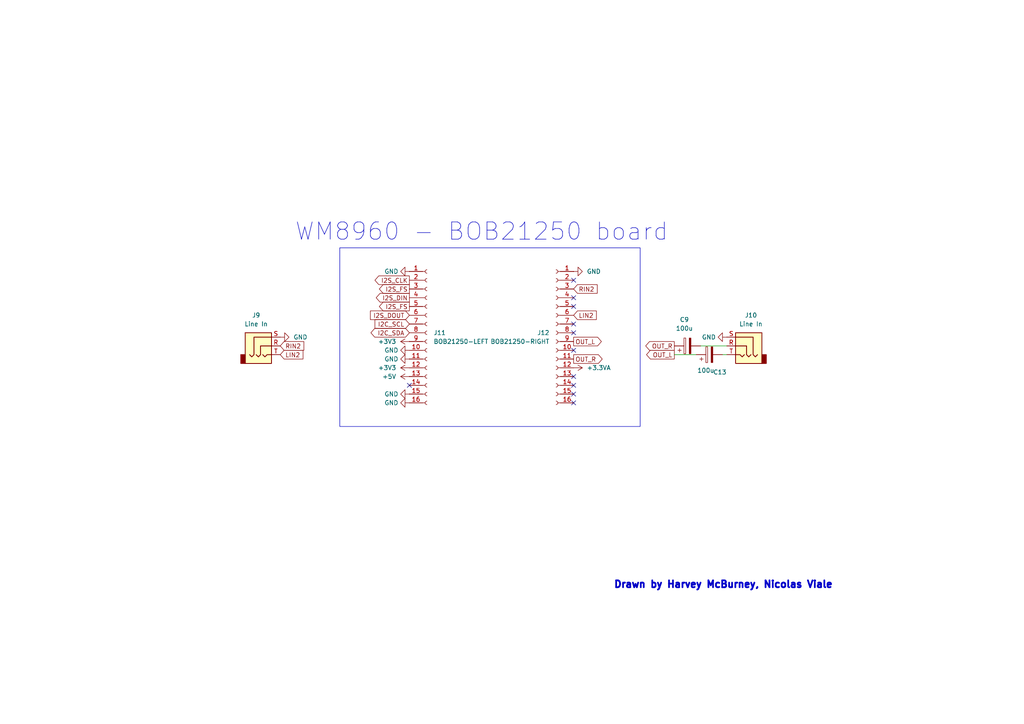
<source format=kicad_sch>
(kicad_sch (version 20250114) (generator "eeschema") (generator_version "9.0")
  (paper "A4")
  (lib_symbols
    (symbol "Connector:Conn_01x16_Socket" (pin_names (offset 1.016) (hide yes))
      (property "Reference" "J" (at 0 20.32 0))
      (property "Value" "Conn_01x16_Socket" (at 0 -22.86 0))
      (symbol "Conn_01x16_Socket_1_1"
        (polyline (pts (xy -1.27 17.78) (xy -0.508 17.78)) (stroke (width 0.1524)))
        (polyline (pts (xy -1.27 15.24) (xy -0.508 15.24)) (stroke (width 0.1524)))
        (polyline (pts (xy -1.27 12.7) (xy -0.508 12.7)) (stroke (width 0.1524)))
        (polyline (pts (xy -1.27 10.16) (xy -0.508 10.16)) (stroke (width 0.1524)))
        (polyline (pts (xy -1.27 7.62) (xy -0.508 7.62)) (stroke (width 0.1524)))
        (polyline (pts (xy -1.27 5.08) (xy -0.508 5.08)) (stroke (width 0.1524)))
        (polyline (pts (xy -1.27 2.54) (xy -0.508 2.54)) (stroke (width 0.1524)))
        (polyline (pts (xy -1.27 0) (xy -0.508 0)) (stroke (width 0.1524)))
        (polyline (pts (xy -1.27 -2.54) (xy -0.508 -2.54)) (stroke (width 0.1524)))
        (polyline (pts (xy -1.27 -5.08) (xy -0.508 -5.08)) (stroke (width 0.1524)))
        (polyline (pts (xy -1.27 -7.62) (xy -0.508 -7.62)) (stroke (width 0.1524)))
        (polyline (pts (xy -1.27 -10.16) (xy -0.508 -10.16)) (stroke (width 0.1524)))
        (polyline (pts (xy -1.27 -12.7) (xy -0.508 -12.7)) (stroke (width 0.1524)))
        (polyline (pts (xy -1.27 -15.24) (xy -0.508 -15.24)) (stroke (width 0.1524)))
        (polyline (pts (xy -1.27 -17.78) (xy -0.508 -17.78)) (stroke (width 0.1524)))
        (polyline (pts (xy -1.27 -20.32) (xy -0.508 -20.32)) (stroke (width 0.1524)))
        (arc (start 0 17.272) (mid -0.5058 17.78) (end 0 18.288) (stroke (width 0.1524)))
        (arc (start 0 14.732) (mid -0.5058 15.24) (end 0 15.748) (stroke (width 0.1524)))
        (arc (start 0 12.192) (mid -0.5058 12.7) (end 0 13.208) (stroke (width 0.1524)))
        (arc (start 0 9.652) (mid -0.5058 10.16) (end 0 10.668) (stroke (width 0.1524)))
        (arc (start 0 7.112) (mid -0.5058 7.62) (end 0 8.128) (stroke (width 0.1524)))
        (arc (start 0 4.572) (mid -0.5058 5.08) (end 0 5.588) (stroke (width 0.1524)))
        (arc (start 0 2.032) (mid -0.5058 2.54) (end 0 3.048) (stroke (width 0.1524)))
        (arc (start 0 -0.508) (mid -0.5058 0) (end 0 0.508) (stroke (width 0.1524)))
        (arc (start 0 -3.048) (mid -0.5058 -2.54) (end 0 -2.032) (stroke (width 0.1524)))
        (arc (start 0 -5.588) (mid -0.5058 -5.08) (end 0 -4.572) (stroke (width 0.1524)))
        (arc (start 0 -8.128) (mid -0.5058 -7.62) (end 0 -7.112) (stroke (width 0.1524)))
        (arc (start 0 -10.668) (mid -0.5058 -10.16) (end 0 -9.652) (stroke (width 0.1524)))
        (arc (start 0 -13.208) (mid -0.5058 -12.7) (end 0 -12.192) (stroke (width 0.1524)))
        (arc (start 0 -15.748) (mid -0.5058 -15.24) (end 0 -14.732) (stroke (width 0.1524)))
        (arc (start 0 -18.288) (mid -0.5058 -17.78) (end 0 -17.272) (stroke (width 0.1524)))
        (arc (start 0 -20.828) (mid -0.5058 -20.32) (end 0 -19.812) (stroke (width 0.1524)))
        (pin passive line (at -5.08 17.78 0) (length 3.81) (name "Pin_1") (number "1"))
        (pin passive line (at -5.08 15.24 0) (length 3.81) (name "Pin_2") (number "2"))
        (pin passive line (at -5.08 12.7 0) (length 3.81) (name "Pin_3") (number "3"))
        (pin passive line (at -5.08 10.16 0) (length 3.81) (name "Pin_4") (number "4"))
        (pin passive line (at -5.08 7.62 0) (length 3.81) (name "Pin_5") (number "5"))
        (pin passive line (at -5.08 5.08 0) (length 3.81) (name "Pin_6") (number "6"))
        (pin passive line (at -5.08 2.54 0) (length 3.81) (name "Pin_7") (number "7"))
        (pin passive line (at -5.08 0 0) (length 3.81) (name "Pin_8") (number "8"))
        (pin passive line (at -5.08 -2.54 0) (length 3.81) (name "Pin_9") (number "9"))
        (pin passive line (at -5.08 -5.08 0) (length 3.81) (name "Pin_10") (number "10"))
        (pin passive line (at -5.08 -7.62 0) (length 3.81) (name "Pin_11") (number "11"))
        (pin passive line (at -5.08 -10.16 0) (length 3.81) (name "Pin_12") (number "12"))
        (pin passive line (at -5.08 -12.7 0) (length 3.81) (name "Pin_13") (number "13"))
        (pin passive line (at -5.08 -15.24 0) (length 3.81) (name "Pin_14") (number "14"))
        (pin passive line (at -5.08 -17.78 0) (length 3.81) (name "Pin_15") (number "15"))
        (pin passive line (at -5.08 -20.32 0) (length 3.81) (name "Pin_16") (number "16"))
      )
    )
    (symbol "Connector_Audio:AudioJack3"
      (property "Reference" "J" (at 0 8.89 0))
      (property "Value" "AudioJack3" (at 0 6.35 0))
      (symbol "AudioJack3_0_1"
        (rectangle (start -5.08 -5.08) (end -6.35 -2.54) (stroke (width 0.254)) (fill (type outline)))
        (polyline (pts (xy -1.905 -2.54) (xy -1.27 -3.175) (xy -0.635 -2.54) (xy -0.635 0) (xy 2.54 0)) (stroke (width 0.254)))
        (polyline (pts (xy 0 -2.54) (xy 0.635 -3.175) (xy 1.27 -2.54) (xy 2.54 -2.54)) (stroke (width 0.254)))
        (rectangle (start 2.54 3.81) (end -5.08 -5.08) (stroke (width 0.254)) (fill (type background)))
        (polyline (pts (xy 2.54 2.54) (xy -2.54 2.54) (xy -2.54 -2.54) (xy -3.175 -3.175) (xy -3.81 -2.54)) (stroke (width 0.254)))
      )
      (symbol "AudioJack3_1_1"
        (pin passive line (at 5.08 2.54 180) (length 2.54) (name "~") (number "S"))
        (pin passive line (at 5.08 0 180) (length 2.54) (name "~") (number "R"))
        (pin passive line (at 5.08 -2.54 180) (length 2.54) (name "~") (number "T"))
      )
    )
    (symbol "Device:C_Polarized" (pin_numbers (hide yes)) (pin_names (offset 0.254))
      (property "Reference" "C" (at 0.635 2.54 0))
      (property "Value" "C_Polarized" (at 0.635 -2.54 0))
      (symbol "C_Polarized_0_1"
        (rectangle (start -2.286 0.508) (end 2.286 1.016))
        (polyline (pts (xy -1.778 2.286) (xy -0.762 2.286)))
        (polyline (pts (xy -1.27 2.794) (xy -1.27 1.778)))
        (rectangle (start 2.286 -0.508) (end -2.286 -1.016) (fill (type outline)))
      )
      (symbol "C_Polarized_1_1"
        (pin passive line (at 0 3.81 270) (length 2.794) (name "~") (number "1"))
        (pin passive line (at 0 -3.81 90) (length 2.794) (name "~") (number "2"))
      )
    )
    (symbol "power:+3.3VA" (power) (pin_numbers (hide yes)) (pin_names (offset 0) (hide yes))
      (property "Value" "+3.3VA" (at 0 3.556 0))
      (symbol "+3.3VA_0_1"
        (polyline (pts (xy -0.762 1.27) (xy 0 2.54)))
        (polyline (pts (xy 0 2.54) (xy 0.762 1.27)))
        (polyline (pts (xy 0 0) (xy 0 2.54)))
      )
      (symbol "+3.3VA_1_1"
        (pin power_in line (at 0 0 90) (length 0) (name "~") (number "1"))
      )
    )
    (symbol "power:+3V3" (power) (pin_numbers (hide yes)) (pin_names (offset 0) (hide yes))
      (property "Value" "+3V3" (at 0 3.556 0))
      (symbol "+3V3_0_1"
        (polyline (pts (xy -0.762 1.27) (xy 0 2.54)))
        (polyline (pts (xy 0 2.54) (xy 0.762 1.27)))
        (polyline (pts (xy 0 0) (xy 0 2.54)))
      )
      (symbol "+3V3_1_1"
        (pin power_in line (at 0 0 90) (length 0) (name "~") (number "1"))
      )
    )
    (symbol "power:+5V" (power) (pin_numbers (hide yes)) (pin_names (offset 0) (hide yes))
      (property "Value" "+5V" (at 0 3.556 0))
      (symbol "+5V_0_1"
        (polyline (pts (xy -0.762 1.27) (xy 0 2.54)))
        (polyline (pts (xy 0 2.54) (xy 0.762 1.27)))
        (polyline (pts (xy 0 0) (xy 0 2.54)))
      )
      (symbol "+5V_1_1"
        (pin power_in line (at 0 0 90) (length 0) (name "~") (number "1"))
      )
    )
    (symbol "power:GND" (power) (pin_numbers (hide yes)) (pin_names (offset 0) (hide yes))
      (property "Value" "GND" (at 0 -3.81 0))
      (symbol "GND_0_1"
        (polyline (pts (xy 0 0) (xy 0 -1.27) (xy 1.27 -1.27) (xy 0 -2.54) (xy -1.27 -1.27) (xy 0 -1.27)))
      )
      (symbol "GND_1_1"
        (pin power_in line (at 0 0 270) (length 0) (name "~") (number "1"))
      )
    )
  )
  (rectangle (start 98.552 71.882) (end 185.674 123.698))
  (text "WM8960 - BOB21250 board" (at 139.7 67.31 0) (effects (font (size 5 5))))
  (text "Drawn by Harvey McBurney, Nicolas Viale" (at 209.804 169.672 0) (effects (font (size 2 2) (thickness 0.6) (bold yes))))
  (no_connect (at 118.745 111.76))
  (no_connect (at 166.37 86.36))
  (no_connect (at 166.37 116.84))
  (no_connect (at 166.37 88.9))
  (no_connect (at 166.37 96.52))
  (no_connect (at 166.37 111.76))
  (no_connect (at 166.37 114.3))
  (no_connect (at 166.37 93.98))
  (no_connect (at 166.37 81.28))
  (no_connect (at 166.37 101.6))
  (no_connect (at 166.37 109.22))
  (wire (pts (xy 209.55 102.87) (xy 210.82 102.87)))
  (wire (pts (xy 195.58 102.87) (xy 201.93 102.87)))
  (wire (pts (xy 203.2 100.33) (xy 210.82 100.33)))
  (global_label "I2S_FS" (shape output) (at 118.745 88.9 180) (property "Intersheetrefs" "${INTERSHEET_REFS}" (effects (hide yes))))
  (global_label "LIN2" (shape input) (at 81.28 102.87 0) (property "Intersheetrefs" "${INTERSHEET_REFS}" (effects (hide yes))))
  (global_label "OUT_L" (shape output) (at 195.58 102.87 180) (property "Intersheetrefs" "${INTERSHEET_REFS}" (effects (hide yes))))
  (global_label "OUT_R" (shape output) (at 166.37 104.14 0) (property "Intersheetrefs" "${INTERSHEET_REFS}" (effects (hide yes))))
  (global_label "I2C_SCL" (shape input) (at 118.745 93.98 180) (property "Intersheetrefs" "${INTERSHEET_REFS}" (effects (hide yes))))
  (global_label "I2S_DIN" (shape output) (at 118.745 86.36 180) (property "Intersheetrefs" "${INTERSHEET_REFS}" (effects (hide yes))))
  (global_label "I2S_CLK" (shape output) (at 118.745 81.28 180) (property "Intersheetrefs" "${INTERSHEET_REFS}" (effects (hide yes))))
  (global_label "RIN2" (shape input) (at 166.37 83.82 0) (property "Intersheetrefs" "${INTERSHEET_REFS}" (effects (hide yes))))
  (global_label "I2C_SDA" (shape bidirectional) (at 118.745 96.52 180) (property "Intersheetrefs" "${INTERSHEET_REFS}" (effects (hide yes))))
  (global_label "OUT_L" (shape output) (at 166.37 99.06 0) (property "Intersheetrefs" "${INTERSHEET_REFS}" (effects (hide yes))))
  (global_label "I2S_DOUT" (shape input) (at 118.745 91.44 180) (property "Intersheetrefs" "${INTERSHEET_REFS}" (effects (hide yes))))
  (global_label "I2S_FS" (shape output) (at 118.745 83.82 180) (property "Intersheetrefs" "${INTERSHEET_REFS}" (effects (hide yes))))
  (global_label "OUT_R" (shape output) (at 195.58 100.33 180) (property "Intersheetrefs" "${INTERSHEET_REFS}" (effects (hide yes))))
  (global_label "RIN2" (shape input) (at 81.28 100.33 0) (property "Intersheetrefs" "${INTERSHEET_REFS}" (effects (hide yes))))
  (global_label "LIN2" (shape input) (at 166.37 91.44 0) (property "Intersheetrefs" "${INTERSHEET_REFS}" (effects (hide yes))))
  (symbol (lib_id "Connector_Audio:AudioJack3") (at 215.9 100.33 0) (mirror y) (unit 1)
    (property "Reference" "J10" (at 217.805 91.44 0))
    (property "Value" "Line In" (at 217.805 93.98 0))
    (property "Footprint" "Connector_Audio:Jack_3.5mm_CUI_SJ1-3523N_Horizontal" (effects (hide yes)))
    (property "Description" "Audio Jack, 3 Poles (Stereo / TRS)" (effects (hide yes)))
  )
  (symbol (lib_id "Device:C_Polarized") (at 205.74 102.87 90) (unit 1)
    (property "Reference" "C13" (at 208.788 107.95 90))
    (property "Value" "100u" (at 204.724 107.442 90))
    (property "Footprint" "Capacitor_THT:CP_Radial_D8.0mm_P5.00mm" (effects (hide yes)))
    (property "Description" "Polarized capacitor" (effects (hide yes)))
  )
  (symbol (lib_id "power:+3.3VA") (at 166.37 106.68 270) (unit 1)
    (property "Reference" "#PWR073" (effects (hide yes)))
    (property "Value" "+3.3VA" (at 170.18 106.6799 90) (effects (justify left)))
    (property "Description" "Power symbol creates a global label with name \"+3.3VA\"" (effects (hide yes)))
  )
  (symbol (lib_id "Connector:Conn_01x16_Socket") (at 123.825 96.52 0) (unit 1)
    (property "Reference" "J11" (at 125.73 96.5199 0) (effects (justify left)))
    (property "Value" "BOB21250-LEFT" (at 125.73 99.0599 0) (effects (justify left)))
    (property "Footprint" "Connector_PinSocket_2.54mm:PinSocket_1x16_P2.54mm_Vertical" (effects (hide yes)))
    (property "Description" "Generic connector, single row, 01x16, script generated" (effects (hide yes)))
  )
  (symbol (lib_id "power:GND") (at 118.745 114.3 270) (unit 1)
    (property "Reference" "#PWR061" (effects (hide yes)))
    (property "Value" "GND" (at 115.57 114.2999 90) (effects (justify right)))
    (property "Description" "Power symbol creates a global label with name \"GND\" , ground" (effects (hide yes)))
  )
  (symbol (lib_id "power:GND") (at 210.82 97.79 270) (unit 1)
    (property "Reference" "#PWR075" (effects (hide yes)))
    (property "Value" "GND" (at 207.645 97.7899 90) (effects (justify right)))
    (property "Description" "Power symbol creates a global label with name \"GND\" , ground" (effects (hide yes)))
  )
  (symbol (lib_id "power:GND") (at 118.745 104.14 270) (unit 1)
    (property "Reference" "#PWR066" (effects (hide yes)))
    (property "Value" "GND" (at 115.57 104.1399 90) (effects (justify right)))
    (property "Description" "Power symbol creates a global label with name \"GND\" , ground" (effects (hide yes)))
  )
  (symbol (lib_id "power:+3V3") (at 118.745 106.68 90) (unit 1)
    (property "Reference" "#PWR030" (effects (hide yes)))
    (property "Value" "+3V3" (at 114.935 106.6799 90) (effects (justify left)))
    (property "Description" "Power symbol creates a global label with name \"+3V3\"" (effects (hide yes)))
  )
  (symbol (lib_id "Connector_Audio:AudioJack3") (at 76.2 100.33 0) (unit 1)
    (property "Reference" "J9" (at 74.295 91.44 0))
    (property "Value" "Line In" (at 74.295 93.98 0))
    (property "Footprint" "Connector_Audio:Jack_3.5mm_CUI_SJ1-3523N_Horizontal" (effects (hide yes)))
    (property "Description" "Audio Jack, 3 Poles (Stereo / TRS)" (effects (hide yes)))
  )
  (symbol (lib_id "power:GND") (at 166.37 78.74 90) (unit 1)
    (property "Reference" "#PWR062" (effects (hide yes)))
    (property "Value" "GND" (at 170.18 78.7399 90) (effects (justify right)))
    (property "Description" "Power symbol creates a global label with name \"GND\" , ground" (effects (hide yes)))
  )
  (symbol (lib_id "power:GND") (at 81.28 97.79 90) (unit 1)
    (property "Reference" "#PWR077" (effects (hide yes)))
    (property "Value" "GND" (at 85.09 97.7899 90) (effects (justify right)))
    (property "Description" "Power symbol creates a global label with name \"GND\" , ground" (effects (hide yes)))
  )
  (symbol (lib_id "power:GND") (at 118.745 101.6 270) (unit 1)
    (property "Reference" "#PWR064" (effects (hide yes)))
    (property "Value" "GND" (at 115.57 101.5999 90) (effects (justify right)))
    (property "Description" "Power symbol creates a global label with name \"GND\" , ground" (effects (hide yes)))
  )
  (symbol (lib_id "power:GND") (at 118.745 78.74 270) (unit 1)
    (property "Reference" "#PWR057" (effects (hide yes)))
    (property "Value" "GND" (at 115.57 78.7399 90) (effects (justify right)))
    (property "Description" "Power symbol creates a global label with name \"GND\" , ground" (effects (hide yes)))
  )
  (symbol (lib_id "Device:C_Polarized") (at 199.39 100.33 90) (unit 1)
    (property "Reference" "C9" (at 198.501 92.71 90))
    (property "Value" "100u" (at 198.501 95.25 90))
    (property "Footprint" "Capacitor_THT:CP_Radial_D8.0mm_P5.00mm" (effects (hide yes)))
    (property "Description" "Polarized capacitor" (effects (hide yes)))
  )
  (symbol (lib_id "power:GND") (at 118.745 116.84 270) (unit 1)
    (property "Reference" "#PWR059" (effects (hide yes)))
    (property "Value" "GND" (at 115.57 116.8399 90) (effects (justify right)))
    (property "Description" "Power symbol creates a global label with name \"GND\" , ground" (effects (hide yes)))
  )
  (symbol (lib_id "power:+5V") (at 118.745 109.22 90) (unit 1)
    (property "Reference" "#PWR072" (effects (hide yes)))
    (property "Value" "+5V" (at 114.935 109.2199 90) (effects (justify left)))
    (property "Description" "Power symbol creates a global label with name \"+5V\"" (effects (hide yes)))
  )
  (symbol (lib_id "Connector:Conn_01x16_Socket") (at 161.29 96.52 0) (mirror y) (unit 1)
    (property "Reference" "J12" (at 159.385 96.5199 0) (effects (justify left)))
    (property "Value" "BOB21250-RIGHT" (at 159.385 99.0599 0) (effects (justify left)))
    (property "Footprint" "Connector_PinSocket_2.54mm:PinSocket_1x16_P2.54mm_Vertical" (effects (hide yes)))
    (property "Description" "Generic connector, single row, 01x16, script generated" (effects (hide yes)))
  )
  (symbol (lib_id "power:+3V3") (at 118.745 99.06 90) (unit 1)
    (property "Reference" "#PWR013" (effects (hide yes)))
    (property "Value" "+3V3" (at 114.935 99.0599 90) (effects (justify left)))
    (property "Description" "Power symbol creates a global label with name \"+3V3\"" (effects (hide yes)))
  )
)
</source>
